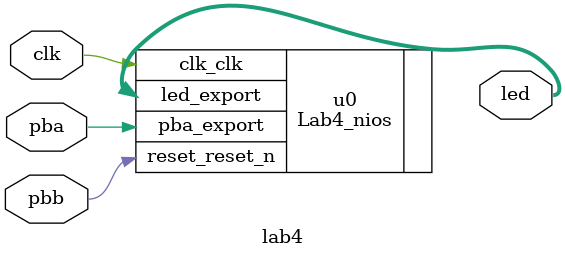
<source format=sv>
module lab4 (
  input  bit       clk,
  input  bit       pbb,
  input  bit       pba,
  output bit [7:0] led
);

  Lab4_nios u0 (
    .clk_clk      (clk),  //   clk.clk
    .reset_reset_n(pbb),  //   reset.reset_n
    .led_export   (led),  //   led.export
    .pba_export   (pba)   //   pba.export
  );

endmodule

</source>
